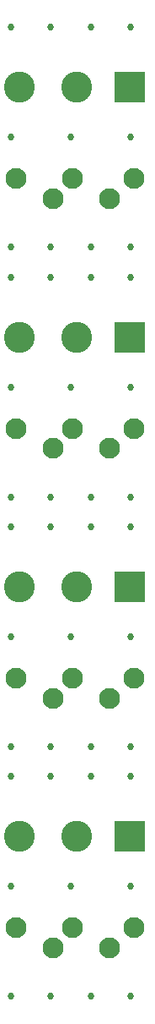
<source format=gts>
%FSLAX33Y33*%
%MOMM*%
%AMRect-W3100000-H3100000-RO1.500*
21,1,3.1,3.1,0.,0.,90*%
%ADD10C,0.68834*%
%ADD11C,2.1*%
%ADD12C,3.1*%
%ADD13Rect-W3100000-H3100000-RO1.500*%
D10*
%LNtop solder mask_traces*%
G01*
X13500Y98500D03*
X13500Y76500D03*
X1500Y76500D03*
X1500Y37500D03*
X1500Y51500D03*
X1500Y1500D03*
X13500Y37500D03*
X5500Y26500D03*
X7500Y12500D03*
X1500Y12500D03*
X9500Y76500D03*
X1500Y26500D03*
X13500Y26500D03*
X13500Y23500D03*
X5500Y23500D03*
X5500Y1500D03*
X9500Y1500D03*
X7500Y37500D03*
X7500Y62500D03*
X9500Y51500D03*
X9500Y73500D03*
X1500Y23500D03*
X1500Y48500D03*
X5500Y73500D03*
X5500Y98500D03*
X1500Y98500D03*
X13500Y62500D03*
X9500Y23500D03*
X13500Y87500D03*
X9500Y26500D03*
X5500Y51500D03*
X13500Y12500D03*
X9500Y48500D03*
X7500Y87500D03*
X1500Y73500D03*
X13500Y51500D03*
X1500Y62500D03*
X5500Y76500D03*
X5500Y48500D03*
X13500Y73500D03*
X1500Y87500D03*
X9500Y98500D03*
X13500Y1500D03*
X13500Y48500D03*
%LNtop solder mask component 3fb5e9521f601311*%
D11*
X13800Y58350D03*
X7650Y58350D03*
X5750Y56350D03*
X11350Y56350D03*
X2000Y58350D03*
%LNtop solder mask component 4b71c591f59c26dc*%
D12*
X8100Y17500D03*
X2300Y17500D03*
D13*
X13400Y17500D03*
%LNtop solder mask component 2b672832dfb926b3*%
D12*
X8100Y42500D03*
X2300Y42500D03*
D13*
X13400Y42500D03*
%LNtop solder mask component 3ce0a186223d8698*%
D12*
X8100Y92500D03*
X2300Y92500D03*
D13*
X13400Y92500D03*
%LNtop solder mask component cc2776c741d44b0f*%
D11*
X13800Y83350D03*
X7650Y83350D03*
X5750Y81350D03*
X11350Y81350D03*
X2000Y83350D03*
%LNtop solder mask component 3c7ebbcfeb0a4b8a*%
X13800Y33350D03*
X7650Y33350D03*
X5750Y31350D03*
X11350Y31350D03*
X2000Y33350D03*
%LNtop solder mask component a0d7690caaceb52f*%
D12*
X8100Y67500D03*
X2300Y67500D03*
D13*
X13400Y67500D03*
%LNtop solder mask component 1a80c549fdb419d6*%
D11*
X13800Y8350D03*
X7650Y8350D03*
X5750Y6350D03*
X11350Y6350D03*
X2000Y8350D03*
M02*
</source>
